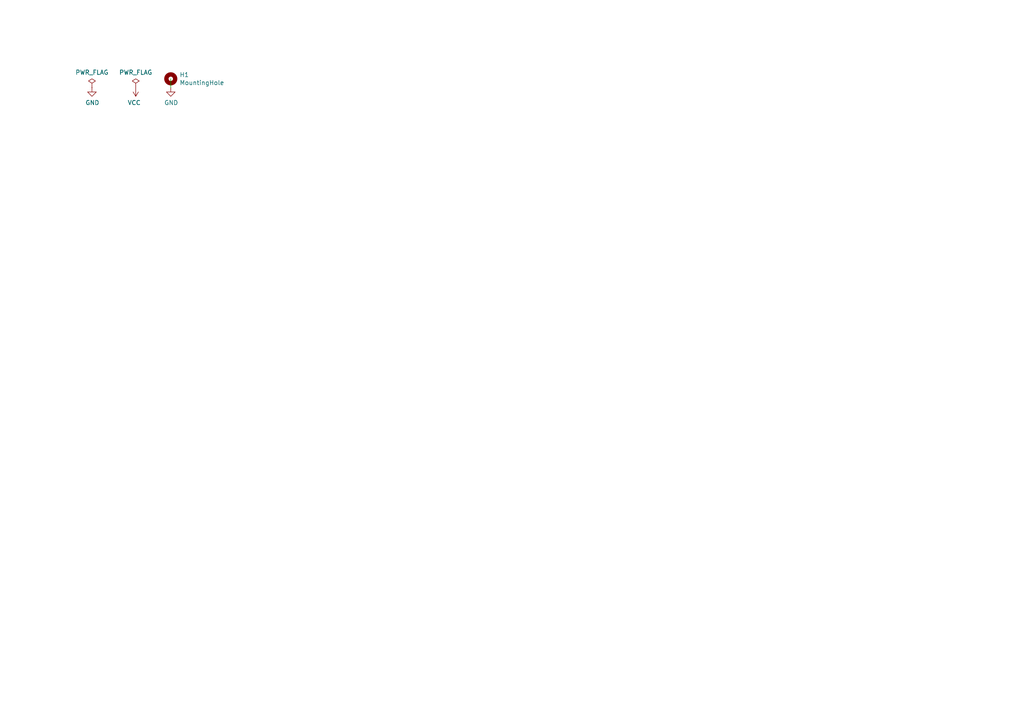
<source format=kicad_sch>
(kicad_sch (version 20211123) (generator eeschema)

  (uuid e63e39d7-6ac0-4ffd-8aa3-1841a4541b55)

  (paper "A4")

  (title_block
    (title "Choctopus44 v2 top filler")
    (date "2023-05-21")
  )

  (lib_symbols
    (symbol "Mechanical:MountingHole" (pin_names (offset 1.016)) (in_bom yes) (on_board yes)
      (property "Reference" "H" (id 0) (at 0 5.08 0)
        (effects (font (size 1.27 1.27)))
      )
      (property "Value" "MountingHole" (id 1) (at 0 3.175 0)
        (effects (font (size 1.27 1.27)))
      )
      (property "Footprint" "" (id 2) (at 0 0 0)
        (effects (font (size 1.27 1.27)) hide)
      )
      (property "Datasheet" "~" (id 3) (at 0 0 0)
        (effects (font (size 1.27 1.27)) hide)
      )
      (property "ki_keywords" "mounting hole" (id 4) (at 0 0 0)
        (effects (font (size 1.27 1.27)) hide)
      )
      (property "ki_description" "Mounting Hole without connection" (id 5) (at 0 0 0)
        (effects (font (size 1.27 1.27)) hide)
      )
      (property "ki_fp_filters" "MountingHole*" (id 6) (at 0 0 0)
        (effects (font (size 1.27 1.27)) hide)
      )
      (symbol "MountingHole_0_1"
        (circle (center 0 0) (radius 1.27)
          (stroke (width 1.27) (type default) (color 0 0 0 0))
          (fill (type none))
        )
      )
    )
    (symbol "power:GND" (power) (pin_names (offset 0)) (in_bom yes) (on_board yes)
      (property "Reference" "#PWR" (id 0) (at 0 -6.35 0)
        (effects (font (size 1.27 1.27)) hide)
      )
      (property "Value" "GND" (id 1) (at 0 -3.81 0)
        (effects (font (size 1.27 1.27)))
      )
      (property "Footprint" "" (id 2) (at 0 0 0)
        (effects (font (size 1.27 1.27)) hide)
      )
      (property "Datasheet" "" (id 3) (at 0 0 0)
        (effects (font (size 1.27 1.27)) hide)
      )
      (property "ki_keywords" "power-flag" (id 4) (at 0 0 0)
        (effects (font (size 1.27 1.27)) hide)
      )
      (property "ki_description" "Power symbol creates a global label with name \"GND\" , ground" (id 5) (at 0 0 0)
        (effects (font (size 1.27 1.27)) hide)
      )
      (symbol "GND_0_1"
        (polyline
          (pts
            (xy 0 0)
            (xy 0 -1.27)
            (xy 1.27 -1.27)
            (xy 0 -2.54)
            (xy -1.27 -1.27)
            (xy 0 -1.27)
          )
          (stroke (width 0) (type default) (color 0 0 0 0))
          (fill (type none))
        )
      )
      (symbol "GND_1_1"
        (pin power_in line (at 0 0 270) (length 0) hide
          (name "GND" (effects (font (size 1.27 1.27))))
          (number "1" (effects (font (size 1.27 1.27))))
        )
      )
    )
    (symbol "power:PWR_FLAG" (power) (pin_numbers hide) (pin_names (offset 0) hide) (in_bom yes) (on_board yes)
      (property "Reference" "#FLG" (id 0) (at 0 1.905 0)
        (effects (font (size 1.27 1.27)) hide)
      )
      (property "Value" "PWR_FLAG" (id 1) (at 0 3.81 0)
        (effects (font (size 1.27 1.27)))
      )
      (property "Footprint" "" (id 2) (at 0 0 0)
        (effects (font (size 1.27 1.27)) hide)
      )
      (property "Datasheet" "~" (id 3) (at 0 0 0)
        (effects (font (size 1.27 1.27)) hide)
      )
      (property "ki_keywords" "power-flag" (id 4) (at 0 0 0)
        (effects (font (size 1.27 1.27)) hide)
      )
      (property "ki_description" "Special symbol for telling ERC where power comes from" (id 5) (at 0 0 0)
        (effects (font (size 1.27 1.27)) hide)
      )
      (symbol "PWR_FLAG_0_0"
        (pin power_out line (at 0 0 90) (length 0)
          (name "pwr" (effects (font (size 1.27 1.27))))
          (number "1" (effects (font (size 1.27 1.27))))
        )
      )
      (symbol "PWR_FLAG_0_1"
        (polyline
          (pts
            (xy 0 0)
            (xy 0 1.27)
            (xy -1.016 1.905)
            (xy 0 2.54)
            (xy 1.016 1.905)
            (xy 0 1.27)
          )
          (stroke (width 0) (type default) (color 0 0 0 0))
          (fill (type none))
        )
      )
    )
    (symbol "power:VCC" (power) (pin_names (offset 0)) (in_bom yes) (on_board yes)
      (property "Reference" "#PWR" (id 0) (at 0 -3.81 0)
        (effects (font (size 1.27 1.27)) hide)
      )
      (property "Value" "VCC" (id 1) (at 0 3.81 0)
        (effects (font (size 1.27 1.27)))
      )
      (property "Footprint" "" (id 2) (at 0 0 0)
        (effects (font (size 1.27 1.27)) hide)
      )
      (property "Datasheet" "" (id 3) (at 0 0 0)
        (effects (font (size 1.27 1.27)) hide)
      )
      (property "ki_keywords" "power-flag" (id 4) (at 0 0 0)
        (effects (font (size 1.27 1.27)) hide)
      )
      (property "ki_description" "Power symbol creates a global label with name \"VCC\"" (id 5) (at 0 0 0)
        (effects (font (size 1.27 1.27)) hide)
      )
      (symbol "VCC_0_1"
        (polyline
          (pts
            (xy -0.762 1.27)
            (xy 0 2.54)
          )
          (stroke (width 0) (type default) (color 0 0 0 0))
          (fill (type none))
        )
        (polyline
          (pts
            (xy 0 0)
            (xy 0 2.54)
          )
          (stroke (width 0) (type default) (color 0 0 0 0))
          (fill (type none))
        )
        (polyline
          (pts
            (xy 0 2.54)
            (xy 0.762 1.27)
          )
          (stroke (width 0) (type default) (color 0 0 0 0))
          (fill (type none))
        )
      )
      (symbol "VCC_1_1"
        (pin power_in line (at 0 0 90) (length 0) hide
          (name "VCC" (effects (font (size 1.27 1.27))))
          (number "1" (effects (font (size 1.27 1.27))))
        )
      )
    )
  )


  (wire (pts (xy 49.53 22.86) (xy 49.53 25.4))
    (stroke (width 0) (type default) (color 0 0 0 0))
    (uuid 7599133e-c681-4202-85d9-c20dac196c64)
  )

  (symbol (lib_id "Mechanical:MountingHole") (at 49.53 22.86 0) (unit 1)
    (in_bom yes) (on_board yes)
    (uuid 14c51520-6d91-4098-a59a-5121f2a898f7)
    (property "Reference" "H1" (id 0) (at 52.07 21.6916 0)
      (effects (font (size 1.27 1.27)) (justify left))
    )
    (property "Value" "MountingHole" (id 1) (at 52.07 24.003 0)
      (effects (font (size 1.27 1.27)) (justify left))
    )
    (property "Footprint" "MountingHole:MountingHole_2.2mm_M2_ISO14580_Pad" (id 2) (at 49.53 22.86 0)
      (effects (font (size 1.27 1.27)) hide)
    )
    (property "Datasheet" "~" (id 3) (at 49.53 22.86 0)
      (effects (font (size 1.27 1.27)) hide)
    )
  )

  (symbol (lib_id "power:GND") (at 26.67 25.4 0) (unit 1)
    (in_bom yes) (on_board yes)
    (uuid 262f1ea9-0133-4b43-be36-456207ea857c)
    (property "Reference" "#PWR0103" (id 0) (at 26.67 31.75 0)
      (effects (font (size 1.27 1.27)) hide)
    )
    (property "Value" "GND" (id 1) (at 26.797 29.7942 0))
    (property "Footprint" "" (id 2) (at 26.67 25.4 0)
      (effects (font (size 1.27 1.27)) hide)
    )
    (property "Datasheet" "" (id 3) (at 26.67 25.4 0)
      (effects (font (size 1.27 1.27)) hide)
    )
    (pin "1" (uuid c1c799a0-3c93-493a-9ad7-8a0561bc69ee))
  )

  (symbol (lib_id "power:PWR_FLAG") (at 39.37 25.4 0) (unit 1)
    (in_bom yes) (on_board yes)
    (uuid 644ae9fc-3c8e-4089-866e-a12bf371c3e9)
    (property "Reference" "#FLG0101" (id 0) (at 39.37 23.495 0)
      (effects (font (size 1.27 1.27)) hide)
    )
    (property "Value" "PWR_FLAG" (id 1) (at 39.37 21.0058 0))
    (property "Footprint" "" (id 2) (at 39.37 25.4 0)
      (effects (font (size 1.27 1.27)) hide)
    )
    (property "Datasheet" "~" (id 3) (at 39.37 25.4 0)
      (effects (font (size 1.27 1.27)) hide)
    )
    (pin "1" (uuid 41acfe41-fac7-432a-a7a3-946566e2d504))
  )

  (symbol (lib_id "power:PWR_FLAG") (at 26.67 25.4 0) (unit 1)
    (in_bom yes) (on_board yes)
    (uuid 9b3c58a7-a9b9-4498-abc0-f9f43e4f0292)
    (property "Reference" "#FLG0102" (id 0) (at 26.67 23.495 0)
      (effects (font (size 1.27 1.27)) hide)
    )
    (property "Value" "PWR_FLAG" (id 1) (at 26.67 21.0058 0))
    (property "Footprint" "" (id 2) (at 26.67 25.4 0)
      (effects (font (size 1.27 1.27)) hide)
    )
    (property "Datasheet" "~" (id 3) (at 26.67 25.4 0)
      (effects (font (size 1.27 1.27)) hide)
    )
    (pin "1" (uuid e40e8cef-4fb0-4fc3-be09-3875b2cc8469))
  )

  (symbol (lib_id "power:GND") (at 49.53 25.4 0) (unit 1)
    (in_bom yes) (on_board yes)
    (uuid c9667181-b3c7-4b01-b8b4-baa29a9aea63)
    (property "Reference" "#PWR0102" (id 0) (at 49.53 31.75 0)
      (effects (font (size 1.27 1.27)) hide)
    )
    (property "Value" "GND" (id 1) (at 49.657 29.7942 0))
    (property "Footprint" "" (id 2) (at 49.53 25.4 0)
      (effects (font (size 1.27 1.27)) hide)
    )
    (property "Datasheet" "" (id 3) (at 49.53 25.4 0)
      (effects (font (size 1.27 1.27)) hide)
    )
    (pin "1" (uuid ebd06df3-d52b-4cff-99a2-a771df6d3733))
  )

  (symbol (lib_id "power:VCC") (at 39.37 25.4 180) (unit 1)
    (in_bom yes) (on_board yes)
    (uuid d6fb27cf-362d-4568-967c-a5bf49d5931b)
    (property "Reference" "#PWR0101" (id 0) (at 39.37 21.59 0)
      (effects (font (size 1.27 1.27)) hide)
    )
    (property "Value" "VCC" (id 1) (at 38.9128 29.7942 0))
    (property "Footprint" "" (id 2) (at 39.37 25.4 0)
      (effects (font (size 1.27 1.27)) hide)
    )
    (property "Datasheet" "" (id 3) (at 39.37 25.4 0)
      (effects (font (size 1.27 1.27)) hide)
    )
    (pin "1" (uuid 9193c41e-d425-447d-b95c-6986d66ea01c))
  )

  (sheet_instances
    (path "/" (page "1"))
  )

  (symbol_instances
    (path "/644ae9fc-3c8e-4089-866e-a12bf371c3e9"
      (reference "#FLG0101") (unit 1) (value "PWR_FLAG") (footprint "")
    )
    (path "/9b3c58a7-a9b9-4498-abc0-f9f43e4f0292"
      (reference "#FLG0102") (unit 1) (value "PWR_FLAG") (footprint "")
    )
    (path "/d6fb27cf-362d-4568-967c-a5bf49d5931b"
      (reference "#PWR0101") (unit 1) (value "VCC") (footprint "")
    )
    (path "/c9667181-b3c7-4b01-b8b4-baa29a9aea63"
      (reference "#PWR0102") (unit 1) (value "GND") (footprint "")
    )
    (path "/262f1ea9-0133-4b43-be36-456207ea857c"
      (reference "#PWR0103") (unit 1) (value "GND") (footprint "")
    )
    (path "/14c51520-6d91-4098-a59a-5121f2a898f7"
      (reference "H1") (unit 1) (value "MountingHole") (footprint "MountingHole:MountingHole_2.2mm_M2_ISO14580_Pad")
    )
  )
)

</source>
